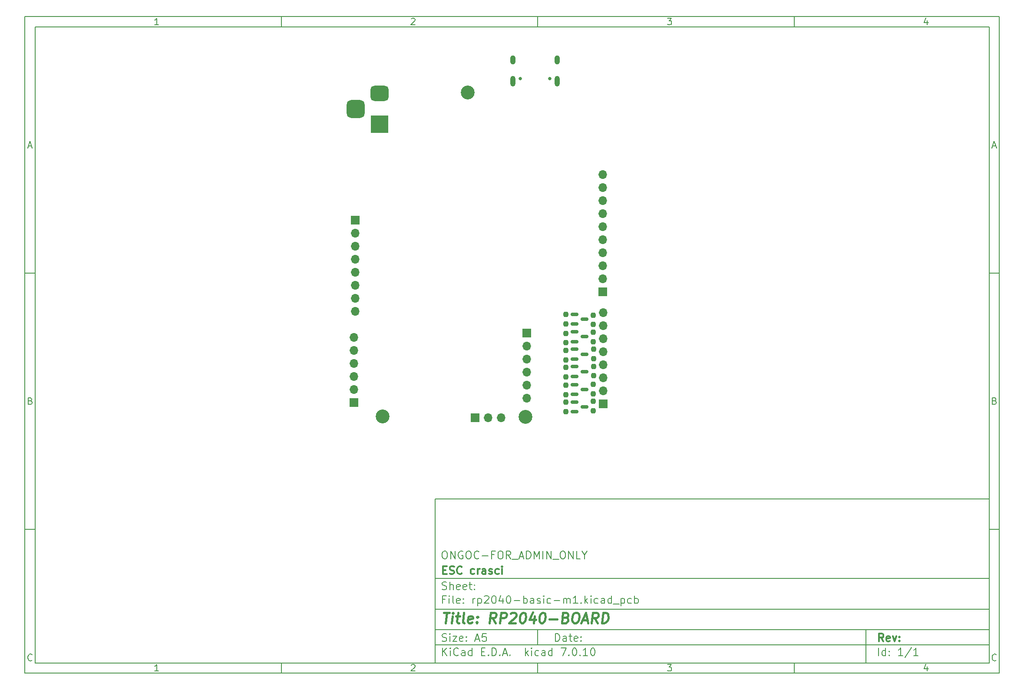
<source format=gbr>
%TF.GenerationSoftware,KiCad,Pcbnew,7.0.10*%
%TF.CreationDate,2024-01-28T16:32:00+05:30*%
%TF.ProjectId,rp2040-basic-m1,72703230-3430-42d6-9261-7369632d6d31,rev?*%
%TF.SameCoordinates,Original*%
%TF.FileFunction,Soldermask,Bot*%
%TF.FilePolarity,Negative*%
%FSLAX46Y46*%
G04 Gerber Fmt 4.6, Leading zero omitted, Abs format (unit mm)*
G04 Created by KiCad (PCBNEW 7.0.10) date 2024-01-28 16:32:00*
%MOMM*%
%LPD*%
G01*
G04 APERTURE LIST*
G04 Aperture macros list*
%AMRoundRect*
0 Rectangle with rounded corners*
0 $1 Rounding radius*
0 $2 $3 $4 $5 $6 $7 $8 $9 X,Y pos of 4 corners*
0 Add a 4 corners polygon primitive as box body*
4,1,4,$2,$3,$4,$5,$6,$7,$8,$9,$2,$3,0*
0 Add four circle primitives for the rounded corners*
1,1,$1+$1,$2,$3*
1,1,$1+$1,$4,$5*
1,1,$1+$1,$6,$7*
1,1,$1+$1,$8,$9*
0 Add four rect primitives between the rounded corners*
20,1,$1+$1,$2,$3,$4,$5,0*
20,1,$1+$1,$4,$5,$6,$7,0*
20,1,$1+$1,$6,$7,$8,$9,0*
20,1,$1+$1,$8,$9,$2,$3,0*%
G04 Aperture macros list end*
%ADD10C,0.100000*%
%ADD11C,0.150000*%
%ADD12C,0.300000*%
%ADD13C,0.400000*%
%ADD14R,1.700000X1.700000*%
%ADD15O,1.700000X1.700000*%
%ADD16C,2.700000*%
%ADD17C,0.650000*%
%ADD18O,1.000000X2.100000*%
%ADD19O,1.000000X1.800000*%
%ADD20R,3.500000X3.500000*%
%ADD21RoundRect,0.750000X-1.000000X0.750000X-1.000000X-0.750000X1.000000X-0.750000X1.000000X0.750000X0*%
%ADD22RoundRect,0.875000X-0.875000X0.875000X-0.875000X-0.875000X0.875000X-0.875000X0.875000X0.875000X0*%
%ADD23RoundRect,0.150000X-0.587500X-0.150000X0.587500X-0.150000X0.587500X0.150000X-0.587500X0.150000X0*%
%ADD24RoundRect,0.237500X-0.237500X0.250000X-0.237500X-0.250000X0.237500X-0.250000X0.237500X0.250000X0*%
G04 APERTURE END LIST*
D10*
D11*
X90007200Y-104005800D02*
X198007200Y-104005800D01*
X198007200Y-136005800D01*
X90007200Y-136005800D01*
X90007200Y-104005800D01*
D10*
D11*
X10000000Y-10000000D02*
X200007200Y-10000000D01*
X200007200Y-138005800D01*
X10000000Y-138005800D01*
X10000000Y-10000000D01*
D10*
D11*
X12000000Y-12000000D02*
X198007200Y-12000000D01*
X198007200Y-136005800D01*
X12000000Y-136005800D01*
X12000000Y-12000000D01*
D10*
D11*
X60000000Y-12000000D02*
X60000000Y-10000000D01*
D10*
D11*
X110000000Y-12000000D02*
X110000000Y-10000000D01*
D10*
D11*
X160000000Y-12000000D02*
X160000000Y-10000000D01*
D10*
D11*
X36089160Y-11593604D02*
X35346303Y-11593604D01*
X35717731Y-11593604D02*
X35717731Y-10293604D01*
X35717731Y-10293604D02*
X35593922Y-10479319D01*
X35593922Y-10479319D02*
X35470112Y-10603128D01*
X35470112Y-10603128D02*
X35346303Y-10665033D01*
D10*
D11*
X85346303Y-10417414D02*
X85408207Y-10355509D01*
X85408207Y-10355509D02*
X85532017Y-10293604D01*
X85532017Y-10293604D02*
X85841541Y-10293604D01*
X85841541Y-10293604D02*
X85965350Y-10355509D01*
X85965350Y-10355509D02*
X86027255Y-10417414D01*
X86027255Y-10417414D02*
X86089160Y-10541223D01*
X86089160Y-10541223D02*
X86089160Y-10665033D01*
X86089160Y-10665033D02*
X86027255Y-10850747D01*
X86027255Y-10850747D02*
X85284398Y-11593604D01*
X85284398Y-11593604D02*
X86089160Y-11593604D01*
D10*
D11*
X135284398Y-10293604D02*
X136089160Y-10293604D01*
X136089160Y-10293604D02*
X135655826Y-10788842D01*
X135655826Y-10788842D02*
X135841541Y-10788842D01*
X135841541Y-10788842D02*
X135965350Y-10850747D01*
X135965350Y-10850747D02*
X136027255Y-10912652D01*
X136027255Y-10912652D02*
X136089160Y-11036461D01*
X136089160Y-11036461D02*
X136089160Y-11345985D01*
X136089160Y-11345985D02*
X136027255Y-11469795D01*
X136027255Y-11469795D02*
X135965350Y-11531700D01*
X135965350Y-11531700D02*
X135841541Y-11593604D01*
X135841541Y-11593604D02*
X135470112Y-11593604D01*
X135470112Y-11593604D02*
X135346303Y-11531700D01*
X135346303Y-11531700D02*
X135284398Y-11469795D01*
D10*
D11*
X185965350Y-10726938D02*
X185965350Y-11593604D01*
X185655826Y-10231700D02*
X185346303Y-11160271D01*
X185346303Y-11160271D02*
X186151064Y-11160271D01*
D10*
D11*
X60000000Y-136005800D02*
X60000000Y-138005800D01*
D10*
D11*
X110000000Y-136005800D02*
X110000000Y-138005800D01*
D10*
D11*
X160000000Y-136005800D02*
X160000000Y-138005800D01*
D10*
D11*
X36089160Y-137599404D02*
X35346303Y-137599404D01*
X35717731Y-137599404D02*
X35717731Y-136299404D01*
X35717731Y-136299404D02*
X35593922Y-136485119D01*
X35593922Y-136485119D02*
X35470112Y-136608928D01*
X35470112Y-136608928D02*
X35346303Y-136670833D01*
D10*
D11*
X85346303Y-136423214D02*
X85408207Y-136361309D01*
X85408207Y-136361309D02*
X85532017Y-136299404D01*
X85532017Y-136299404D02*
X85841541Y-136299404D01*
X85841541Y-136299404D02*
X85965350Y-136361309D01*
X85965350Y-136361309D02*
X86027255Y-136423214D01*
X86027255Y-136423214D02*
X86089160Y-136547023D01*
X86089160Y-136547023D02*
X86089160Y-136670833D01*
X86089160Y-136670833D02*
X86027255Y-136856547D01*
X86027255Y-136856547D02*
X85284398Y-137599404D01*
X85284398Y-137599404D02*
X86089160Y-137599404D01*
D10*
D11*
X135284398Y-136299404D02*
X136089160Y-136299404D01*
X136089160Y-136299404D02*
X135655826Y-136794642D01*
X135655826Y-136794642D02*
X135841541Y-136794642D01*
X135841541Y-136794642D02*
X135965350Y-136856547D01*
X135965350Y-136856547D02*
X136027255Y-136918452D01*
X136027255Y-136918452D02*
X136089160Y-137042261D01*
X136089160Y-137042261D02*
X136089160Y-137351785D01*
X136089160Y-137351785D02*
X136027255Y-137475595D01*
X136027255Y-137475595D02*
X135965350Y-137537500D01*
X135965350Y-137537500D02*
X135841541Y-137599404D01*
X135841541Y-137599404D02*
X135470112Y-137599404D01*
X135470112Y-137599404D02*
X135346303Y-137537500D01*
X135346303Y-137537500D02*
X135284398Y-137475595D01*
D10*
D11*
X185965350Y-136732738D02*
X185965350Y-137599404D01*
X185655826Y-136237500D02*
X185346303Y-137166071D01*
X185346303Y-137166071D02*
X186151064Y-137166071D01*
D10*
D11*
X10000000Y-60000000D02*
X12000000Y-60000000D01*
D10*
D11*
X10000000Y-110000000D02*
X12000000Y-110000000D01*
D10*
D11*
X10690476Y-35222176D02*
X11309523Y-35222176D01*
X10566666Y-35593604D02*
X10999999Y-34293604D01*
X10999999Y-34293604D02*
X11433333Y-35593604D01*
D10*
D11*
X11092857Y-84912652D02*
X11278571Y-84974557D01*
X11278571Y-84974557D02*
X11340476Y-85036461D01*
X11340476Y-85036461D02*
X11402380Y-85160271D01*
X11402380Y-85160271D02*
X11402380Y-85345985D01*
X11402380Y-85345985D02*
X11340476Y-85469795D01*
X11340476Y-85469795D02*
X11278571Y-85531700D01*
X11278571Y-85531700D02*
X11154761Y-85593604D01*
X11154761Y-85593604D02*
X10659523Y-85593604D01*
X10659523Y-85593604D02*
X10659523Y-84293604D01*
X10659523Y-84293604D02*
X11092857Y-84293604D01*
X11092857Y-84293604D02*
X11216666Y-84355509D01*
X11216666Y-84355509D02*
X11278571Y-84417414D01*
X11278571Y-84417414D02*
X11340476Y-84541223D01*
X11340476Y-84541223D02*
X11340476Y-84665033D01*
X11340476Y-84665033D02*
X11278571Y-84788842D01*
X11278571Y-84788842D02*
X11216666Y-84850747D01*
X11216666Y-84850747D02*
X11092857Y-84912652D01*
X11092857Y-84912652D02*
X10659523Y-84912652D01*
D10*
D11*
X11402380Y-135469795D02*
X11340476Y-135531700D01*
X11340476Y-135531700D02*
X11154761Y-135593604D01*
X11154761Y-135593604D02*
X11030952Y-135593604D01*
X11030952Y-135593604D02*
X10845238Y-135531700D01*
X10845238Y-135531700D02*
X10721428Y-135407890D01*
X10721428Y-135407890D02*
X10659523Y-135284080D01*
X10659523Y-135284080D02*
X10597619Y-135036461D01*
X10597619Y-135036461D02*
X10597619Y-134850747D01*
X10597619Y-134850747D02*
X10659523Y-134603128D01*
X10659523Y-134603128D02*
X10721428Y-134479319D01*
X10721428Y-134479319D02*
X10845238Y-134355509D01*
X10845238Y-134355509D02*
X11030952Y-134293604D01*
X11030952Y-134293604D02*
X11154761Y-134293604D01*
X11154761Y-134293604D02*
X11340476Y-134355509D01*
X11340476Y-134355509D02*
X11402380Y-134417414D01*
D10*
D11*
X200007200Y-60000000D02*
X198007200Y-60000000D01*
D10*
D11*
X200007200Y-110000000D02*
X198007200Y-110000000D01*
D10*
D11*
X198697676Y-35222176D02*
X199316723Y-35222176D01*
X198573866Y-35593604D02*
X199007199Y-34293604D01*
X199007199Y-34293604D02*
X199440533Y-35593604D01*
D10*
D11*
X199100057Y-84912652D02*
X199285771Y-84974557D01*
X199285771Y-84974557D02*
X199347676Y-85036461D01*
X199347676Y-85036461D02*
X199409580Y-85160271D01*
X199409580Y-85160271D02*
X199409580Y-85345985D01*
X199409580Y-85345985D02*
X199347676Y-85469795D01*
X199347676Y-85469795D02*
X199285771Y-85531700D01*
X199285771Y-85531700D02*
X199161961Y-85593604D01*
X199161961Y-85593604D02*
X198666723Y-85593604D01*
X198666723Y-85593604D02*
X198666723Y-84293604D01*
X198666723Y-84293604D02*
X199100057Y-84293604D01*
X199100057Y-84293604D02*
X199223866Y-84355509D01*
X199223866Y-84355509D02*
X199285771Y-84417414D01*
X199285771Y-84417414D02*
X199347676Y-84541223D01*
X199347676Y-84541223D02*
X199347676Y-84665033D01*
X199347676Y-84665033D02*
X199285771Y-84788842D01*
X199285771Y-84788842D02*
X199223866Y-84850747D01*
X199223866Y-84850747D02*
X199100057Y-84912652D01*
X199100057Y-84912652D02*
X198666723Y-84912652D01*
D10*
D11*
X199409580Y-135469795D02*
X199347676Y-135531700D01*
X199347676Y-135531700D02*
X199161961Y-135593604D01*
X199161961Y-135593604D02*
X199038152Y-135593604D01*
X199038152Y-135593604D02*
X198852438Y-135531700D01*
X198852438Y-135531700D02*
X198728628Y-135407890D01*
X198728628Y-135407890D02*
X198666723Y-135284080D01*
X198666723Y-135284080D02*
X198604819Y-135036461D01*
X198604819Y-135036461D02*
X198604819Y-134850747D01*
X198604819Y-134850747D02*
X198666723Y-134603128D01*
X198666723Y-134603128D02*
X198728628Y-134479319D01*
X198728628Y-134479319D02*
X198852438Y-134355509D01*
X198852438Y-134355509D02*
X199038152Y-134293604D01*
X199038152Y-134293604D02*
X199161961Y-134293604D01*
X199161961Y-134293604D02*
X199347676Y-134355509D01*
X199347676Y-134355509D02*
X199409580Y-134417414D01*
D10*
D11*
X113463026Y-131791928D02*
X113463026Y-130291928D01*
X113463026Y-130291928D02*
X113820169Y-130291928D01*
X113820169Y-130291928D02*
X114034455Y-130363357D01*
X114034455Y-130363357D02*
X114177312Y-130506214D01*
X114177312Y-130506214D02*
X114248741Y-130649071D01*
X114248741Y-130649071D02*
X114320169Y-130934785D01*
X114320169Y-130934785D02*
X114320169Y-131149071D01*
X114320169Y-131149071D02*
X114248741Y-131434785D01*
X114248741Y-131434785D02*
X114177312Y-131577642D01*
X114177312Y-131577642D02*
X114034455Y-131720500D01*
X114034455Y-131720500D02*
X113820169Y-131791928D01*
X113820169Y-131791928D02*
X113463026Y-131791928D01*
X115605884Y-131791928D02*
X115605884Y-131006214D01*
X115605884Y-131006214D02*
X115534455Y-130863357D01*
X115534455Y-130863357D02*
X115391598Y-130791928D01*
X115391598Y-130791928D02*
X115105884Y-130791928D01*
X115105884Y-130791928D02*
X114963026Y-130863357D01*
X115605884Y-131720500D02*
X115463026Y-131791928D01*
X115463026Y-131791928D02*
X115105884Y-131791928D01*
X115105884Y-131791928D02*
X114963026Y-131720500D01*
X114963026Y-131720500D02*
X114891598Y-131577642D01*
X114891598Y-131577642D02*
X114891598Y-131434785D01*
X114891598Y-131434785D02*
X114963026Y-131291928D01*
X114963026Y-131291928D02*
X115105884Y-131220500D01*
X115105884Y-131220500D02*
X115463026Y-131220500D01*
X115463026Y-131220500D02*
X115605884Y-131149071D01*
X116105884Y-130791928D02*
X116677312Y-130791928D01*
X116320169Y-130291928D02*
X116320169Y-131577642D01*
X116320169Y-131577642D02*
X116391598Y-131720500D01*
X116391598Y-131720500D02*
X116534455Y-131791928D01*
X116534455Y-131791928D02*
X116677312Y-131791928D01*
X117748741Y-131720500D02*
X117605884Y-131791928D01*
X117605884Y-131791928D02*
X117320170Y-131791928D01*
X117320170Y-131791928D02*
X117177312Y-131720500D01*
X117177312Y-131720500D02*
X117105884Y-131577642D01*
X117105884Y-131577642D02*
X117105884Y-131006214D01*
X117105884Y-131006214D02*
X117177312Y-130863357D01*
X117177312Y-130863357D02*
X117320170Y-130791928D01*
X117320170Y-130791928D02*
X117605884Y-130791928D01*
X117605884Y-130791928D02*
X117748741Y-130863357D01*
X117748741Y-130863357D02*
X117820170Y-131006214D01*
X117820170Y-131006214D02*
X117820170Y-131149071D01*
X117820170Y-131149071D02*
X117105884Y-131291928D01*
X118463026Y-131649071D02*
X118534455Y-131720500D01*
X118534455Y-131720500D02*
X118463026Y-131791928D01*
X118463026Y-131791928D02*
X118391598Y-131720500D01*
X118391598Y-131720500D02*
X118463026Y-131649071D01*
X118463026Y-131649071D02*
X118463026Y-131791928D01*
X118463026Y-130863357D02*
X118534455Y-130934785D01*
X118534455Y-130934785D02*
X118463026Y-131006214D01*
X118463026Y-131006214D02*
X118391598Y-130934785D01*
X118391598Y-130934785D02*
X118463026Y-130863357D01*
X118463026Y-130863357D02*
X118463026Y-131006214D01*
D10*
D11*
X90007200Y-132505800D02*
X198007200Y-132505800D01*
D10*
D11*
X91463026Y-134591928D02*
X91463026Y-133091928D01*
X92320169Y-134591928D02*
X91677312Y-133734785D01*
X92320169Y-133091928D02*
X91463026Y-133949071D01*
X92963026Y-134591928D02*
X92963026Y-133591928D01*
X92963026Y-133091928D02*
X92891598Y-133163357D01*
X92891598Y-133163357D02*
X92963026Y-133234785D01*
X92963026Y-133234785D02*
X93034455Y-133163357D01*
X93034455Y-133163357D02*
X92963026Y-133091928D01*
X92963026Y-133091928D02*
X92963026Y-133234785D01*
X94534455Y-134449071D02*
X94463027Y-134520500D01*
X94463027Y-134520500D02*
X94248741Y-134591928D01*
X94248741Y-134591928D02*
X94105884Y-134591928D01*
X94105884Y-134591928D02*
X93891598Y-134520500D01*
X93891598Y-134520500D02*
X93748741Y-134377642D01*
X93748741Y-134377642D02*
X93677312Y-134234785D01*
X93677312Y-134234785D02*
X93605884Y-133949071D01*
X93605884Y-133949071D02*
X93605884Y-133734785D01*
X93605884Y-133734785D02*
X93677312Y-133449071D01*
X93677312Y-133449071D02*
X93748741Y-133306214D01*
X93748741Y-133306214D02*
X93891598Y-133163357D01*
X93891598Y-133163357D02*
X94105884Y-133091928D01*
X94105884Y-133091928D02*
X94248741Y-133091928D01*
X94248741Y-133091928D02*
X94463027Y-133163357D01*
X94463027Y-133163357D02*
X94534455Y-133234785D01*
X95820170Y-134591928D02*
X95820170Y-133806214D01*
X95820170Y-133806214D02*
X95748741Y-133663357D01*
X95748741Y-133663357D02*
X95605884Y-133591928D01*
X95605884Y-133591928D02*
X95320170Y-133591928D01*
X95320170Y-133591928D02*
X95177312Y-133663357D01*
X95820170Y-134520500D02*
X95677312Y-134591928D01*
X95677312Y-134591928D02*
X95320170Y-134591928D01*
X95320170Y-134591928D02*
X95177312Y-134520500D01*
X95177312Y-134520500D02*
X95105884Y-134377642D01*
X95105884Y-134377642D02*
X95105884Y-134234785D01*
X95105884Y-134234785D02*
X95177312Y-134091928D01*
X95177312Y-134091928D02*
X95320170Y-134020500D01*
X95320170Y-134020500D02*
X95677312Y-134020500D01*
X95677312Y-134020500D02*
X95820170Y-133949071D01*
X97177313Y-134591928D02*
X97177313Y-133091928D01*
X97177313Y-134520500D02*
X97034455Y-134591928D01*
X97034455Y-134591928D02*
X96748741Y-134591928D01*
X96748741Y-134591928D02*
X96605884Y-134520500D01*
X96605884Y-134520500D02*
X96534455Y-134449071D01*
X96534455Y-134449071D02*
X96463027Y-134306214D01*
X96463027Y-134306214D02*
X96463027Y-133877642D01*
X96463027Y-133877642D02*
X96534455Y-133734785D01*
X96534455Y-133734785D02*
X96605884Y-133663357D01*
X96605884Y-133663357D02*
X96748741Y-133591928D01*
X96748741Y-133591928D02*
X97034455Y-133591928D01*
X97034455Y-133591928D02*
X97177313Y-133663357D01*
X99034455Y-133806214D02*
X99534455Y-133806214D01*
X99748741Y-134591928D02*
X99034455Y-134591928D01*
X99034455Y-134591928D02*
X99034455Y-133091928D01*
X99034455Y-133091928D02*
X99748741Y-133091928D01*
X100391598Y-134449071D02*
X100463027Y-134520500D01*
X100463027Y-134520500D02*
X100391598Y-134591928D01*
X100391598Y-134591928D02*
X100320170Y-134520500D01*
X100320170Y-134520500D02*
X100391598Y-134449071D01*
X100391598Y-134449071D02*
X100391598Y-134591928D01*
X101105884Y-134591928D02*
X101105884Y-133091928D01*
X101105884Y-133091928D02*
X101463027Y-133091928D01*
X101463027Y-133091928D02*
X101677313Y-133163357D01*
X101677313Y-133163357D02*
X101820170Y-133306214D01*
X101820170Y-133306214D02*
X101891599Y-133449071D01*
X101891599Y-133449071D02*
X101963027Y-133734785D01*
X101963027Y-133734785D02*
X101963027Y-133949071D01*
X101963027Y-133949071D02*
X101891599Y-134234785D01*
X101891599Y-134234785D02*
X101820170Y-134377642D01*
X101820170Y-134377642D02*
X101677313Y-134520500D01*
X101677313Y-134520500D02*
X101463027Y-134591928D01*
X101463027Y-134591928D02*
X101105884Y-134591928D01*
X102605884Y-134449071D02*
X102677313Y-134520500D01*
X102677313Y-134520500D02*
X102605884Y-134591928D01*
X102605884Y-134591928D02*
X102534456Y-134520500D01*
X102534456Y-134520500D02*
X102605884Y-134449071D01*
X102605884Y-134449071D02*
X102605884Y-134591928D01*
X103248742Y-134163357D02*
X103963028Y-134163357D01*
X103105885Y-134591928D02*
X103605885Y-133091928D01*
X103605885Y-133091928D02*
X104105885Y-134591928D01*
X104605884Y-134449071D02*
X104677313Y-134520500D01*
X104677313Y-134520500D02*
X104605884Y-134591928D01*
X104605884Y-134591928D02*
X104534456Y-134520500D01*
X104534456Y-134520500D02*
X104605884Y-134449071D01*
X104605884Y-134449071D02*
X104605884Y-134591928D01*
X107605884Y-134591928D02*
X107605884Y-133091928D01*
X107748742Y-134020500D02*
X108177313Y-134591928D01*
X108177313Y-133591928D02*
X107605884Y-134163357D01*
X108820170Y-134591928D02*
X108820170Y-133591928D01*
X108820170Y-133091928D02*
X108748742Y-133163357D01*
X108748742Y-133163357D02*
X108820170Y-133234785D01*
X108820170Y-133234785D02*
X108891599Y-133163357D01*
X108891599Y-133163357D02*
X108820170Y-133091928D01*
X108820170Y-133091928D02*
X108820170Y-133234785D01*
X110177314Y-134520500D02*
X110034456Y-134591928D01*
X110034456Y-134591928D02*
X109748742Y-134591928D01*
X109748742Y-134591928D02*
X109605885Y-134520500D01*
X109605885Y-134520500D02*
X109534456Y-134449071D01*
X109534456Y-134449071D02*
X109463028Y-134306214D01*
X109463028Y-134306214D02*
X109463028Y-133877642D01*
X109463028Y-133877642D02*
X109534456Y-133734785D01*
X109534456Y-133734785D02*
X109605885Y-133663357D01*
X109605885Y-133663357D02*
X109748742Y-133591928D01*
X109748742Y-133591928D02*
X110034456Y-133591928D01*
X110034456Y-133591928D02*
X110177314Y-133663357D01*
X111463028Y-134591928D02*
X111463028Y-133806214D01*
X111463028Y-133806214D02*
X111391599Y-133663357D01*
X111391599Y-133663357D02*
X111248742Y-133591928D01*
X111248742Y-133591928D02*
X110963028Y-133591928D01*
X110963028Y-133591928D02*
X110820170Y-133663357D01*
X111463028Y-134520500D02*
X111320170Y-134591928D01*
X111320170Y-134591928D02*
X110963028Y-134591928D01*
X110963028Y-134591928D02*
X110820170Y-134520500D01*
X110820170Y-134520500D02*
X110748742Y-134377642D01*
X110748742Y-134377642D02*
X110748742Y-134234785D01*
X110748742Y-134234785D02*
X110820170Y-134091928D01*
X110820170Y-134091928D02*
X110963028Y-134020500D01*
X110963028Y-134020500D02*
X111320170Y-134020500D01*
X111320170Y-134020500D02*
X111463028Y-133949071D01*
X112820171Y-134591928D02*
X112820171Y-133091928D01*
X112820171Y-134520500D02*
X112677313Y-134591928D01*
X112677313Y-134591928D02*
X112391599Y-134591928D01*
X112391599Y-134591928D02*
X112248742Y-134520500D01*
X112248742Y-134520500D02*
X112177313Y-134449071D01*
X112177313Y-134449071D02*
X112105885Y-134306214D01*
X112105885Y-134306214D02*
X112105885Y-133877642D01*
X112105885Y-133877642D02*
X112177313Y-133734785D01*
X112177313Y-133734785D02*
X112248742Y-133663357D01*
X112248742Y-133663357D02*
X112391599Y-133591928D01*
X112391599Y-133591928D02*
X112677313Y-133591928D01*
X112677313Y-133591928D02*
X112820171Y-133663357D01*
X114534456Y-133091928D02*
X115534456Y-133091928D01*
X115534456Y-133091928D02*
X114891599Y-134591928D01*
X116105884Y-134449071D02*
X116177313Y-134520500D01*
X116177313Y-134520500D02*
X116105884Y-134591928D01*
X116105884Y-134591928D02*
X116034456Y-134520500D01*
X116034456Y-134520500D02*
X116105884Y-134449071D01*
X116105884Y-134449071D02*
X116105884Y-134591928D01*
X117105885Y-133091928D02*
X117248742Y-133091928D01*
X117248742Y-133091928D02*
X117391599Y-133163357D01*
X117391599Y-133163357D02*
X117463028Y-133234785D01*
X117463028Y-133234785D02*
X117534456Y-133377642D01*
X117534456Y-133377642D02*
X117605885Y-133663357D01*
X117605885Y-133663357D02*
X117605885Y-134020500D01*
X117605885Y-134020500D02*
X117534456Y-134306214D01*
X117534456Y-134306214D02*
X117463028Y-134449071D01*
X117463028Y-134449071D02*
X117391599Y-134520500D01*
X117391599Y-134520500D02*
X117248742Y-134591928D01*
X117248742Y-134591928D02*
X117105885Y-134591928D01*
X117105885Y-134591928D02*
X116963028Y-134520500D01*
X116963028Y-134520500D02*
X116891599Y-134449071D01*
X116891599Y-134449071D02*
X116820170Y-134306214D01*
X116820170Y-134306214D02*
X116748742Y-134020500D01*
X116748742Y-134020500D02*
X116748742Y-133663357D01*
X116748742Y-133663357D02*
X116820170Y-133377642D01*
X116820170Y-133377642D02*
X116891599Y-133234785D01*
X116891599Y-133234785D02*
X116963028Y-133163357D01*
X116963028Y-133163357D02*
X117105885Y-133091928D01*
X118248741Y-134449071D02*
X118320170Y-134520500D01*
X118320170Y-134520500D02*
X118248741Y-134591928D01*
X118248741Y-134591928D02*
X118177313Y-134520500D01*
X118177313Y-134520500D02*
X118248741Y-134449071D01*
X118248741Y-134449071D02*
X118248741Y-134591928D01*
X119748742Y-134591928D02*
X118891599Y-134591928D01*
X119320170Y-134591928D02*
X119320170Y-133091928D01*
X119320170Y-133091928D02*
X119177313Y-133306214D01*
X119177313Y-133306214D02*
X119034456Y-133449071D01*
X119034456Y-133449071D02*
X118891599Y-133520500D01*
X120677313Y-133091928D02*
X120820170Y-133091928D01*
X120820170Y-133091928D02*
X120963027Y-133163357D01*
X120963027Y-133163357D02*
X121034456Y-133234785D01*
X121034456Y-133234785D02*
X121105884Y-133377642D01*
X121105884Y-133377642D02*
X121177313Y-133663357D01*
X121177313Y-133663357D02*
X121177313Y-134020500D01*
X121177313Y-134020500D02*
X121105884Y-134306214D01*
X121105884Y-134306214D02*
X121034456Y-134449071D01*
X121034456Y-134449071D02*
X120963027Y-134520500D01*
X120963027Y-134520500D02*
X120820170Y-134591928D01*
X120820170Y-134591928D02*
X120677313Y-134591928D01*
X120677313Y-134591928D02*
X120534456Y-134520500D01*
X120534456Y-134520500D02*
X120463027Y-134449071D01*
X120463027Y-134449071D02*
X120391598Y-134306214D01*
X120391598Y-134306214D02*
X120320170Y-134020500D01*
X120320170Y-134020500D02*
X120320170Y-133663357D01*
X120320170Y-133663357D02*
X120391598Y-133377642D01*
X120391598Y-133377642D02*
X120463027Y-133234785D01*
X120463027Y-133234785D02*
X120534456Y-133163357D01*
X120534456Y-133163357D02*
X120677313Y-133091928D01*
D10*
D11*
X90007200Y-129505800D02*
X198007200Y-129505800D01*
D10*
D12*
X177418853Y-131784128D02*
X176918853Y-131069842D01*
X176561710Y-131784128D02*
X176561710Y-130284128D01*
X176561710Y-130284128D02*
X177133139Y-130284128D01*
X177133139Y-130284128D02*
X177275996Y-130355557D01*
X177275996Y-130355557D02*
X177347425Y-130426985D01*
X177347425Y-130426985D02*
X177418853Y-130569842D01*
X177418853Y-130569842D02*
X177418853Y-130784128D01*
X177418853Y-130784128D02*
X177347425Y-130926985D01*
X177347425Y-130926985D02*
X177275996Y-130998414D01*
X177275996Y-130998414D02*
X177133139Y-131069842D01*
X177133139Y-131069842D02*
X176561710Y-131069842D01*
X178633139Y-131712700D02*
X178490282Y-131784128D01*
X178490282Y-131784128D02*
X178204568Y-131784128D01*
X178204568Y-131784128D02*
X178061710Y-131712700D01*
X178061710Y-131712700D02*
X177990282Y-131569842D01*
X177990282Y-131569842D02*
X177990282Y-130998414D01*
X177990282Y-130998414D02*
X178061710Y-130855557D01*
X178061710Y-130855557D02*
X178204568Y-130784128D01*
X178204568Y-130784128D02*
X178490282Y-130784128D01*
X178490282Y-130784128D02*
X178633139Y-130855557D01*
X178633139Y-130855557D02*
X178704568Y-130998414D01*
X178704568Y-130998414D02*
X178704568Y-131141271D01*
X178704568Y-131141271D02*
X177990282Y-131284128D01*
X179204567Y-130784128D02*
X179561710Y-131784128D01*
X179561710Y-131784128D02*
X179918853Y-130784128D01*
X180490281Y-131641271D02*
X180561710Y-131712700D01*
X180561710Y-131712700D02*
X180490281Y-131784128D01*
X180490281Y-131784128D02*
X180418853Y-131712700D01*
X180418853Y-131712700D02*
X180490281Y-131641271D01*
X180490281Y-131641271D02*
X180490281Y-131784128D01*
X180490281Y-130855557D02*
X180561710Y-130926985D01*
X180561710Y-130926985D02*
X180490281Y-130998414D01*
X180490281Y-130998414D02*
X180418853Y-130926985D01*
X180418853Y-130926985D02*
X180490281Y-130855557D01*
X180490281Y-130855557D02*
X180490281Y-130998414D01*
D10*
D11*
X91391598Y-131720500D02*
X91605884Y-131791928D01*
X91605884Y-131791928D02*
X91963026Y-131791928D01*
X91963026Y-131791928D02*
X92105884Y-131720500D01*
X92105884Y-131720500D02*
X92177312Y-131649071D01*
X92177312Y-131649071D02*
X92248741Y-131506214D01*
X92248741Y-131506214D02*
X92248741Y-131363357D01*
X92248741Y-131363357D02*
X92177312Y-131220500D01*
X92177312Y-131220500D02*
X92105884Y-131149071D01*
X92105884Y-131149071D02*
X91963026Y-131077642D01*
X91963026Y-131077642D02*
X91677312Y-131006214D01*
X91677312Y-131006214D02*
X91534455Y-130934785D01*
X91534455Y-130934785D02*
X91463026Y-130863357D01*
X91463026Y-130863357D02*
X91391598Y-130720500D01*
X91391598Y-130720500D02*
X91391598Y-130577642D01*
X91391598Y-130577642D02*
X91463026Y-130434785D01*
X91463026Y-130434785D02*
X91534455Y-130363357D01*
X91534455Y-130363357D02*
X91677312Y-130291928D01*
X91677312Y-130291928D02*
X92034455Y-130291928D01*
X92034455Y-130291928D02*
X92248741Y-130363357D01*
X92891597Y-131791928D02*
X92891597Y-130791928D01*
X92891597Y-130291928D02*
X92820169Y-130363357D01*
X92820169Y-130363357D02*
X92891597Y-130434785D01*
X92891597Y-130434785D02*
X92963026Y-130363357D01*
X92963026Y-130363357D02*
X92891597Y-130291928D01*
X92891597Y-130291928D02*
X92891597Y-130434785D01*
X93463026Y-130791928D02*
X94248741Y-130791928D01*
X94248741Y-130791928D02*
X93463026Y-131791928D01*
X93463026Y-131791928D02*
X94248741Y-131791928D01*
X95391598Y-131720500D02*
X95248741Y-131791928D01*
X95248741Y-131791928D02*
X94963027Y-131791928D01*
X94963027Y-131791928D02*
X94820169Y-131720500D01*
X94820169Y-131720500D02*
X94748741Y-131577642D01*
X94748741Y-131577642D02*
X94748741Y-131006214D01*
X94748741Y-131006214D02*
X94820169Y-130863357D01*
X94820169Y-130863357D02*
X94963027Y-130791928D01*
X94963027Y-130791928D02*
X95248741Y-130791928D01*
X95248741Y-130791928D02*
X95391598Y-130863357D01*
X95391598Y-130863357D02*
X95463027Y-131006214D01*
X95463027Y-131006214D02*
X95463027Y-131149071D01*
X95463027Y-131149071D02*
X94748741Y-131291928D01*
X96105883Y-131649071D02*
X96177312Y-131720500D01*
X96177312Y-131720500D02*
X96105883Y-131791928D01*
X96105883Y-131791928D02*
X96034455Y-131720500D01*
X96034455Y-131720500D02*
X96105883Y-131649071D01*
X96105883Y-131649071D02*
X96105883Y-131791928D01*
X96105883Y-130863357D02*
X96177312Y-130934785D01*
X96177312Y-130934785D02*
X96105883Y-131006214D01*
X96105883Y-131006214D02*
X96034455Y-130934785D01*
X96034455Y-130934785D02*
X96105883Y-130863357D01*
X96105883Y-130863357D02*
X96105883Y-131006214D01*
X97891598Y-131363357D02*
X98605884Y-131363357D01*
X97748741Y-131791928D02*
X98248741Y-130291928D01*
X98248741Y-130291928D02*
X98748741Y-131791928D01*
X99963026Y-130291928D02*
X99248740Y-130291928D01*
X99248740Y-130291928D02*
X99177312Y-131006214D01*
X99177312Y-131006214D02*
X99248740Y-130934785D01*
X99248740Y-130934785D02*
X99391598Y-130863357D01*
X99391598Y-130863357D02*
X99748740Y-130863357D01*
X99748740Y-130863357D02*
X99891598Y-130934785D01*
X99891598Y-130934785D02*
X99963026Y-131006214D01*
X99963026Y-131006214D02*
X100034455Y-131149071D01*
X100034455Y-131149071D02*
X100034455Y-131506214D01*
X100034455Y-131506214D02*
X99963026Y-131649071D01*
X99963026Y-131649071D02*
X99891598Y-131720500D01*
X99891598Y-131720500D02*
X99748740Y-131791928D01*
X99748740Y-131791928D02*
X99391598Y-131791928D01*
X99391598Y-131791928D02*
X99248740Y-131720500D01*
X99248740Y-131720500D02*
X99177312Y-131649071D01*
D10*
D11*
X176463026Y-134591928D02*
X176463026Y-133091928D01*
X177820170Y-134591928D02*
X177820170Y-133091928D01*
X177820170Y-134520500D02*
X177677312Y-134591928D01*
X177677312Y-134591928D02*
X177391598Y-134591928D01*
X177391598Y-134591928D02*
X177248741Y-134520500D01*
X177248741Y-134520500D02*
X177177312Y-134449071D01*
X177177312Y-134449071D02*
X177105884Y-134306214D01*
X177105884Y-134306214D02*
X177105884Y-133877642D01*
X177105884Y-133877642D02*
X177177312Y-133734785D01*
X177177312Y-133734785D02*
X177248741Y-133663357D01*
X177248741Y-133663357D02*
X177391598Y-133591928D01*
X177391598Y-133591928D02*
X177677312Y-133591928D01*
X177677312Y-133591928D02*
X177820170Y-133663357D01*
X178534455Y-134449071D02*
X178605884Y-134520500D01*
X178605884Y-134520500D02*
X178534455Y-134591928D01*
X178534455Y-134591928D02*
X178463027Y-134520500D01*
X178463027Y-134520500D02*
X178534455Y-134449071D01*
X178534455Y-134449071D02*
X178534455Y-134591928D01*
X178534455Y-133663357D02*
X178605884Y-133734785D01*
X178605884Y-133734785D02*
X178534455Y-133806214D01*
X178534455Y-133806214D02*
X178463027Y-133734785D01*
X178463027Y-133734785D02*
X178534455Y-133663357D01*
X178534455Y-133663357D02*
X178534455Y-133806214D01*
X181177313Y-134591928D02*
X180320170Y-134591928D01*
X180748741Y-134591928D02*
X180748741Y-133091928D01*
X180748741Y-133091928D02*
X180605884Y-133306214D01*
X180605884Y-133306214D02*
X180463027Y-133449071D01*
X180463027Y-133449071D02*
X180320170Y-133520500D01*
X182891598Y-133020500D02*
X181605884Y-134949071D01*
X184177313Y-134591928D02*
X183320170Y-134591928D01*
X183748741Y-134591928D02*
X183748741Y-133091928D01*
X183748741Y-133091928D02*
X183605884Y-133306214D01*
X183605884Y-133306214D02*
X183463027Y-133449071D01*
X183463027Y-133449071D02*
X183320170Y-133520500D01*
D10*
D11*
X90007200Y-125505800D02*
X198007200Y-125505800D01*
D10*
D13*
X91698928Y-126210238D02*
X92841785Y-126210238D01*
X92020357Y-128210238D02*
X92270357Y-126210238D01*
X93258452Y-128210238D02*
X93425119Y-126876904D01*
X93508452Y-126210238D02*
X93401309Y-126305476D01*
X93401309Y-126305476D02*
X93484643Y-126400714D01*
X93484643Y-126400714D02*
X93591786Y-126305476D01*
X93591786Y-126305476D02*
X93508452Y-126210238D01*
X93508452Y-126210238D02*
X93484643Y-126400714D01*
X94091786Y-126876904D02*
X94853690Y-126876904D01*
X94460833Y-126210238D02*
X94246548Y-127924523D01*
X94246548Y-127924523D02*
X94317976Y-128115000D01*
X94317976Y-128115000D02*
X94496548Y-128210238D01*
X94496548Y-128210238D02*
X94687024Y-128210238D01*
X95639405Y-128210238D02*
X95460833Y-128115000D01*
X95460833Y-128115000D02*
X95389405Y-127924523D01*
X95389405Y-127924523D02*
X95603690Y-126210238D01*
X97175119Y-128115000D02*
X96972738Y-128210238D01*
X96972738Y-128210238D02*
X96591785Y-128210238D01*
X96591785Y-128210238D02*
X96413214Y-128115000D01*
X96413214Y-128115000D02*
X96341785Y-127924523D01*
X96341785Y-127924523D02*
X96437024Y-127162619D01*
X96437024Y-127162619D02*
X96556071Y-126972142D01*
X96556071Y-126972142D02*
X96758452Y-126876904D01*
X96758452Y-126876904D02*
X97139404Y-126876904D01*
X97139404Y-126876904D02*
X97317976Y-126972142D01*
X97317976Y-126972142D02*
X97389404Y-127162619D01*
X97389404Y-127162619D02*
X97365595Y-127353095D01*
X97365595Y-127353095D02*
X96389404Y-127543571D01*
X98139405Y-128019761D02*
X98222738Y-128115000D01*
X98222738Y-128115000D02*
X98115595Y-128210238D01*
X98115595Y-128210238D02*
X98032262Y-128115000D01*
X98032262Y-128115000D02*
X98139405Y-128019761D01*
X98139405Y-128019761D02*
X98115595Y-128210238D01*
X98270357Y-126972142D02*
X98353690Y-127067380D01*
X98353690Y-127067380D02*
X98246548Y-127162619D01*
X98246548Y-127162619D02*
X98163214Y-127067380D01*
X98163214Y-127067380D02*
X98270357Y-126972142D01*
X98270357Y-126972142D02*
X98246548Y-127162619D01*
X101734643Y-128210238D02*
X101187024Y-127257857D01*
X100591786Y-128210238D02*
X100841786Y-126210238D01*
X100841786Y-126210238D02*
X101603691Y-126210238D01*
X101603691Y-126210238D02*
X101782262Y-126305476D01*
X101782262Y-126305476D02*
X101865596Y-126400714D01*
X101865596Y-126400714D02*
X101937024Y-126591190D01*
X101937024Y-126591190D02*
X101901310Y-126876904D01*
X101901310Y-126876904D02*
X101782262Y-127067380D01*
X101782262Y-127067380D02*
X101675120Y-127162619D01*
X101675120Y-127162619D02*
X101472739Y-127257857D01*
X101472739Y-127257857D02*
X100710834Y-127257857D01*
X102591786Y-128210238D02*
X102841786Y-126210238D01*
X102841786Y-126210238D02*
X103603691Y-126210238D01*
X103603691Y-126210238D02*
X103782262Y-126305476D01*
X103782262Y-126305476D02*
X103865596Y-126400714D01*
X103865596Y-126400714D02*
X103937024Y-126591190D01*
X103937024Y-126591190D02*
X103901310Y-126876904D01*
X103901310Y-126876904D02*
X103782262Y-127067380D01*
X103782262Y-127067380D02*
X103675120Y-127162619D01*
X103675120Y-127162619D02*
X103472739Y-127257857D01*
X103472739Y-127257857D02*
X102710834Y-127257857D01*
X104722739Y-126400714D02*
X104829881Y-126305476D01*
X104829881Y-126305476D02*
X105032262Y-126210238D01*
X105032262Y-126210238D02*
X105508453Y-126210238D01*
X105508453Y-126210238D02*
X105687024Y-126305476D01*
X105687024Y-126305476D02*
X105770358Y-126400714D01*
X105770358Y-126400714D02*
X105841786Y-126591190D01*
X105841786Y-126591190D02*
X105817977Y-126781666D01*
X105817977Y-126781666D02*
X105687024Y-127067380D01*
X105687024Y-127067380D02*
X104401310Y-128210238D01*
X104401310Y-128210238D02*
X105639405Y-128210238D01*
X107127501Y-126210238D02*
X107317977Y-126210238D01*
X107317977Y-126210238D02*
X107496548Y-126305476D01*
X107496548Y-126305476D02*
X107579882Y-126400714D01*
X107579882Y-126400714D02*
X107651310Y-126591190D01*
X107651310Y-126591190D02*
X107698929Y-126972142D01*
X107698929Y-126972142D02*
X107639405Y-127448333D01*
X107639405Y-127448333D02*
X107496548Y-127829285D01*
X107496548Y-127829285D02*
X107377501Y-128019761D01*
X107377501Y-128019761D02*
X107270358Y-128115000D01*
X107270358Y-128115000D02*
X107067977Y-128210238D01*
X107067977Y-128210238D02*
X106877501Y-128210238D01*
X106877501Y-128210238D02*
X106698929Y-128115000D01*
X106698929Y-128115000D02*
X106615596Y-128019761D01*
X106615596Y-128019761D02*
X106544167Y-127829285D01*
X106544167Y-127829285D02*
X106496548Y-127448333D01*
X106496548Y-127448333D02*
X106556072Y-126972142D01*
X106556072Y-126972142D02*
X106698929Y-126591190D01*
X106698929Y-126591190D02*
X106817977Y-126400714D01*
X106817977Y-126400714D02*
X106925120Y-126305476D01*
X106925120Y-126305476D02*
X107127501Y-126210238D01*
X109425120Y-126876904D02*
X109258453Y-128210238D01*
X109044167Y-126115000D02*
X108389405Y-127543571D01*
X108389405Y-127543571D02*
X109627501Y-127543571D01*
X110937025Y-126210238D02*
X111127501Y-126210238D01*
X111127501Y-126210238D02*
X111306072Y-126305476D01*
X111306072Y-126305476D02*
X111389406Y-126400714D01*
X111389406Y-126400714D02*
X111460834Y-126591190D01*
X111460834Y-126591190D02*
X111508453Y-126972142D01*
X111508453Y-126972142D02*
X111448929Y-127448333D01*
X111448929Y-127448333D02*
X111306072Y-127829285D01*
X111306072Y-127829285D02*
X111187025Y-128019761D01*
X111187025Y-128019761D02*
X111079882Y-128115000D01*
X111079882Y-128115000D02*
X110877501Y-128210238D01*
X110877501Y-128210238D02*
X110687025Y-128210238D01*
X110687025Y-128210238D02*
X110508453Y-128115000D01*
X110508453Y-128115000D02*
X110425120Y-128019761D01*
X110425120Y-128019761D02*
X110353691Y-127829285D01*
X110353691Y-127829285D02*
X110306072Y-127448333D01*
X110306072Y-127448333D02*
X110365596Y-126972142D01*
X110365596Y-126972142D02*
X110508453Y-126591190D01*
X110508453Y-126591190D02*
X110627501Y-126400714D01*
X110627501Y-126400714D02*
X110734644Y-126305476D01*
X110734644Y-126305476D02*
X110937025Y-126210238D01*
X112306072Y-127448333D02*
X113829882Y-127448333D01*
X115484643Y-127162619D02*
X115758453Y-127257857D01*
X115758453Y-127257857D02*
X115841786Y-127353095D01*
X115841786Y-127353095D02*
X115913215Y-127543571D01*
X115913215Y-127543571D02*
X115877500Y-127829285D01*
X115877500Y-127829285D02*
X115758453Y-128019761D01*
X115758453Y-128019761D02*
X115651310Y-128115000D01*
X115651310Y-128115000D02*
X115448929Y-128210238D01*
X115448929Y-128210238D02*
X114687024Y-128210238D01*
X114687024Y-128210238D02*
X114937024Y-126210238D01*
X114937024Y-126210238D02*
X115603691Y-126210238D01*
X115603691Y-126210238D02*
X115782262Y-126305476D01*
X115782262Y-126305476D02*
X115865596Y-126400714D01*
X115865596Y-126400714D02*
X115937024Y-126591190D01*
X115937024Y-126591190D02*
X115913215Y-126781666D01*
X115913215Y-126781666D02*
X115794167Y-126972142D01*
X115794167Y-126972142D02*
X115687024Y-127067380D01*
X115687024Y-127067380D02*
X115484643Y-127162619D01*
X115484643Y-127162619D02*
X114817977Y-127162619D01*
X117317977Y-126210238D02*
X117698929Y-126210238D01*
X117698929Y-126210238D02*
X117877500Y-126305476D01*
X117877500Y-126305476D02*
X118044167Y-126495952D01*
X118044167Y-126495952D02*
X118091786Y-126876904D01*
X118091786Y-126876904D02*
X118008453Y-127543571D01*
X118008453Y-127543571D02*
X117865596Y-127924523D01*
X117865596Y-127924523D02*
X117651310Y-128115000D01*
X117651310Y-128115000D02*
X117448929Y-128210238D01*
X117448929Y-128210238D02*
X117067977Y-128210238D01*
X117067977Y-128210238D02*
X116889405Y-128115000D01*
X116889405Y-128115000D02*
X116722739Y-127924523D01*
X116722739Y-127924523D02*
X116675119Y-127543571D01*
X116675119Y-127543571D02*
X116758453Y-126876904D01*
X116758453Y-126876904D02*
X116901310Y-126495952D01*
X116901310Y-126495952D02*
X117115596Y-126305476D01*
X117115596Y-126305476D02*
X117317977Y-126210238D01*
X118758453Y-127638809D02*
X119710834Y-127638809D01*
X118496548Y-128210238D02*
X119413215Y-126210238D01*
X119413215Y-126210238D02*
X119829881Y-128210238D01*
X121639405Y-128210238D02*
X121091786Y-127257857D01*
X120496548Y-128210238D02*
X120746548Y-126210238D01*
X120746548Y-126210238D02*
X121508453Y-126210238D01*
X121508453Y-126210238D02*
X121687024Y-126305476D01*
X121687024Y-126305476D02*
X121770358Y-126400714D01*
X121770358Y-126400714D02*
X121841786Y-126591190D01*
X121841786Y-126591190D02*
X121806072Y-126876904D01*
X121806072Y-126876904D02*
X121687024Y-127067380D01*
X121687024Y-127067380D02*
X121579882Y-127162619D01*
X121579882Y-127162619D02*
X121377501Y-127257857D01*
X121377501Y-127257857D02*
X120615596Y-127257857D01*
X122496548Y-128210238D02*
X122746548Y-126210238D01*
X122746548Y-126210238D02*
X123222739Y-126210238D01*
X123222739Y-126210238D02*
X123496548Y-126305476D01*
X123496548Y-126305476D02*
X123663215Y-126495952D01*
X123663215Y-126495952D02*
X123734643Y-126686428D01*
X123734643Y-126686428D02*
X123782263Y-127067380D01*
X123782263Y-127067380D02*
X123746548Y-127353095D01*
X123746548Y-127353095D02*
X123603691Y-127734047D01*
X123603691Y-127734047D02*
X123484643Y-127924523D01*
X123484643Y-127924523D02*
X123270358Y-128115000D01*
X123270358Y-128115000D02*
X122972739Y-128210238D01*
X122972739Y-128210238D02*
X122496548Y-128210238D01*
D10*
D11*
X91963026Y-123606214D02*
X91463026Y-123606214D01*
X91463026Y-124391928D02*
X91463026Y-122891928D01*
X91463026Y-122891928D02*
X92177312Y-122891928D01*
X92748740Y-124391928D02*
X92748740Y-123391928D01*
X92748740Y-122891928D02*
X92677312Y-122963357D01*
X92677312Y-122963357D02*
X92748740Y-123034785D01*
X92748740Y-123034785D02*
X92820169Y-122963357D01*
X92820169Y-122963357D02*
X92748740Y-122891928D01*
X92748740Y-122891928D02*
X92748740Y-123034785D01*
X93677312Y-124391928D02*
X93534455Y-124320500D01*
X93534455Y-124320500D02*
X93463026Y-124177642D01*
X93463026Y-124177642D02*
X93463026Y-122891928D01*
X94820169Y-124320500D02*
X94677312Y-124391928D01*
X94677312Y-124391928D02*
X94391598Y-124391928D01*
X94391598Y-124391928D02*
X94248740Y-124320500D01*
X94248740Y-124320500D02*
X94177312Y-124177642D01*
X94177312Y-124177642D02*
X94177312Y-123606214D01*
X94177312Y-123606214D02*
X94248740Y-123463357D01*
X94248740Y-123463357D02*
X94391598Y-123391928D01*
X94391598Y-123391928D02*
X94677312Y-123391928D01*
X94677312Y-123391928D02*
X94820169Y-123463357D01*
X94820169Y-123463357D02*
X94891598Y-123606214D01*
X94891598Y-123606214D02*
X94891598Y-123749071D01*
X94891598Y-123749071D02*
X94177312Y-123891928D01*
X95534454Y-124249071D02*
X95605883Y-124320500D01*
X95605883Y-124320500D02*
X95534454Y-124391928D01*
X95534454Y-124391928D02*
X95463026Y-124320500D01*
X95463026Y-124320500D02*
X95534454Y-124249071D01*
X95534454Y-124249071D02*
X95534454Y-124391928D01*
X95534454Y-123463357D02*
X95605883Y-123534785D01*
X95605883Y-123534785D02*
X95534454Y-123606214D01*
X95534454Y-123606214D02*
X95463026Y-123534785D01*
X95463026Y-123534785D02*
X95534454Y-123463357D01*
X95534454Y-123463357D02*
X95534454Y-123606214D01*
X97391597Y-124391928D02*
X97391597Y-123391928D01*
X97391597Y-123677642D02*
X97463026Y-123534785D01*
X97463026Y-123534785D02*
X97534455Y-123463357D01*
X97534455Y-123463357D02*
X97677312Y-123391928D01*
X97677312Y-123391928D02*
X97820169Y-123391928D01*
X98320168Y-123391928D02*
X98320168Y-124891928D01*
X98320168Y-123463357D02*
X98463026Y-123391928D01*
X98463026Y-123391928D02*
X98748740Y-123391928D01*
X98748740Y-123391928D02*
X98891597Y-123463357D01*
X98891597Y-123463357D02*
X98963026Y-123534785D01*
X98963026Y-123534785D02*
X99034454Y-123677642D01*
X99034454Y-123677642D02*
X99034454Y-124106214D01*
X99034454Y-124106214D02*
X98963026Y-124249071D01*
X98963026Y-124249071D02*
X98891597Y-124320500D01*
X98891597Y-124320500D02*
X98748740Y-124391928D01*
X98748740Y-124391928D02*
X98463026Y-124391928D01*
X98463026Y-124391928D02*
X98320168Y-124320500D01*
X99605883Y-123034785D02*
X99677311Y-122963357D01*
X99677311Y-122963357D02*
X99820169Y-122891928D01*
X99820169Y-122891928D02*
X100177311Y-122891928D01*
X100177311Y-122891928D02*
X100320169Y-122963357D01*
X100320169Y-122963357D02*
X100391597Y-123034785D01*
X100391597Y-123034785D02*
X100463026Y-123177642D01*
X100463026Y-123177642D02*
X100463026Y-123320500D01*
X100463026Y-123320500D02*
X100391597Y-123534785D01*
X100391597Y-123534785D02*
X99534454Y-124391928D01*
X99534454Y-124391928D02*
X100463026Y-124391928D01*
X101391597Y-122891928D02*
X101534454Y-122891928D01*
X101534454Y-122891928D02*
X101677311Y-122963357D01*
X101677311Y-122963357D02*
X101748740Y-123034785D01*
X101748740Y-123034785D02*
X101820168Y-123177642D01*
X101820168Y-123177642D02*
X101891597Y-123463357D01*
X101891597Y-123463357D02*
X101891597Y-123820500D01*
X101891597Y-123820500D02*
X101820168Y-124106214D01*
X101820168Y-124106214D02*
X101748740Y-124249071D01*
X101748740Y-124249071D02*
X101677311Y-124320500D01*
X101677311Y-124320500D02*
X101534454Y-124391928D01*
X101534454Y-124391928D02*
X101391597Y-124391928D01*
X101391597Y-124391928D02*
X101248740Y-124320500D01*
X101248740Y-124320500D02*
X101177311Y-124249071D01*
X101177311Y-124249071D02*
X101105882Y-124106214D01*
X101105882Y-124106214D02*
X101034454Y-123820500D01*
X101034454Y-123820500D02*
X101034454Y-123463357D01*
X101034454Y-123463357D02*
X101105882Y-123177642D01*
X101105882Y-123177642D02*
X101177311Y-123034785D01*
X101177311Y-123034785D02*
X101248740Y-122963357D01*
X101248740Y-122963357D02*
X101391597Y-122891928D01*
X103177311Y-123391928D02*
X103177311Y-124391928D01*
X102820168Y-122820500D02*
X102463025Y-123891928D01*
X102463025Y-123891928D02*
X103391596Y-123891928D01*
X104248739Y-122891928D02*
X104391596Y-122891928D01*
X104391596Y-122891928D02*
X104534453Y-122963357D01*
X104534453Y-122963357D02*
X104605882Y-123034785D01*
X104605882Y-123034785D02*
X104677310Y-123177642D01*
X104677310Y-123177642D02*
X104748739Y-123463357D01*
X104748739Y-123463357D02*
X104748739Y-123820500D01*
X104748739Y-123820500D02*
X104677310Y-124106214D01*
X104677310Y-124106214D02*
X104605882Y-124249071D01*
X104605882Y-124249071D02*
X104534453Y-124320500D01*
X104534453Y-124320500D02*
X104391596Y-124391928D01*
X104391596Y-124391928D02*
X104248739Y-124391928D01*
X104248739Y-124391928D02*
X104105882Y-124320500D01*
X104105882Y-124320500D02*
X104034453Y-124249071D01*
X104034453Y-124249071D02*
X103963024Y-124106214D01*
X103963024Y-124106214D02*
X103891596Y-123820500D01*
X103891596Y-123820500D02*
X103891596Y-123463357D01*
X103891596Y-123463357D02*
X103963024Y-123177642D01*
X103963024Y-123177642D02*
X104034453Y-123034785D01*
X104034453Y-123034785D02*
X104105882Y-122963357D01*
X104105882Y-122963357D02*
X104248739Y-122891928D01*
X105391595Y-123820500D02*
X106534453Y-123820500D01*
X107248738Y-124391928D02*
X107248738Y-122891928D01*
X107248738Y-123463357D02*
X107391596Y-123391928D01*
X107391596Y-123391928D02*
X107677310Y-123391928D01*
X107677310Y-123391928D02*
X107820167Y-123463357D01*
X107820167Y-123463357D02*
X107891596Y-123534785D01*
X107891596Y-123534785D02*
X107963024Y-123677642D01*
X107963024Y-123677642D02*
X107963024Y-124106214D01*
X107963024Y-124106214D02*
X107891596Y-124249071D01*
X107891596Y-124249071D02*
X107820167Y-124320500D01*
X107820167Y-124320500D02*
X107677310Y-124391928D01*
X107677310Y-124391928D02*
X107391596Y-124391928D01*
X107391596Y-124391928D02*
X107248738Y-124320500D01*
X109248739Y-124391928D02*
X109248739Y-123606214D01*
X109248739Y-123606214D02*
X109177310Y-123463357D01*
X109177310Y-123463357D02*
X109034453Y-123391928D01*
X109034453Y-123391928D02*
X108748739Y-123391928D01*
X108748739Y-123391928D02*
X108605881Y-123463357D01*
X109248739Y-124320500D02*
X109105881Y-124391928D01*
X109105881Y-124391928D02*
X108748739Y-124391928D01*
X108748739Y-124391928D02*
X108605881Y-124320500D01*
X108605881Y-124320500D02*
X108534453Y-124177642D01*
X108534453Y-124177642D02*
X108534453Y-124034785D01*
X108534453Y-124034785D02*
X108605881Y-123891928D01*
X108605881Y-123891928D02*
X108748739Y-123820500D01*
X108748739Y-123820500D02*
X109105881Y-123820500D01*
X109105881Y-123820500D02*
X109248739Y-123749071D01*
X109891596Y-124320500D02*
X110034453Y-124391928D01*
X110034453Y-124391928D02*
X110320167Y-124391928D01*
X110320167Y-124391928D02*
X110463024Y-124320500D01*
X110463024Y-124320500D02*
X110534453Y-124177642D01*
X110534453Y-124177642D02*
X110534453Y-124106214D01*
X110534453Y-124106214D02*
X110463024Y-123963357D01*
X110463024Y-123963357D02*
X110320167Y-123891928D01*
X110320167Y-123891928D02*
X110105882Y-123891928D01*
X110105882Y-123891928D02*
X109963024Y-123820500D01*
X109963024Y-123820500D02*
X109891596Y-123677642D01*
X109891596Y-123677642D02*
X109891596Y-123606214D01*
X109891596Y-123606214D02*
X109963024Y-123463357D01*
X109963024Y-123463357D02*
X110105882Y-123391928D01*
X110105882Y-123391928D02*
X110320167Y-123391928D01*
X110320167Y-123391928D02*
X110463024Y-123463357D01*
X111177310Y-124391928D02*
X111177310Y-123391928D01*
X111177310Y-122891928D02*
X111105882Y-122963357D01*
X111105882Y-122963357D02*
X111177310Y-123034785D01*
X111177310Y-123034785D02*
X111248739Y-122963357D01*
X111248739Y-122963357D02*
X111177310Y-122891928D01*
X111177310Y-122891928D02*
X111177310Y-123034785D01*
X112534454Y-124320500D02*
X112391596Y-124391928D01*
X112391596Y-124391928D02*
X112105882Y-124391928D01*
X112105882Y-124391928D02*
X111963025Y-124320500D01*
X111963025Y-124320500D02*
X111891596Y-124249071D01*
X111891596Y-124249071D02*
X111820168Y-124106214D01*
X111820168Y-124106214D02*
X111820168Y-123677642D01*
X111820168Y-123677642D02*
X111891596Y-123534785D01*
X111891596Y-123534785D02*
X111963025Y-123463357D01*
X111963025Y-123463357D02*
X112105882Y-123391928D01*
X112105882Y-123391928D02*
X112391596Y-123391928D01*
X112391596Y-123391928D02*
X112534454Y-123463357D01*
X113177310Y-123820500D02*
X114320168Y-123820500D01*
X115034453Y-124391928D02*
X115034453Y-123391928D01*
X115034453Y-123534785D02*
X115105882Y-123463357D01*
X115105882Y-123463357D02*
X115248739Y-123391928D01*
X115248739Y-123391928D02*
X115463025Y-123391928D01*
X115463025Y-123391928D02*
X115605882Y-123463357D01*
X115605882Y-123463357D02*
X115677311Y-123606214D01*
X115677311Y-123606214D02*
X115677311Y-124391928D01*
X115677311Y-123606214D02*
X115748739Y-123463357D01*
X115748739Y-123463357D02*
X115891596Y-123391928D01*
X115891596Y-123391928D02*
X116105882Y-123391928D01*
X116105882Y-123391928D02*
X116248739Y-123463357D01*
X116248739Y-123463357D02*
X116320168Y-123606214D01*
X116320168Y-123606214D02*
X116320168Y-124391928D01*
X117820168Y-124391928D02*
X116963025Y-124391928D01*
X117391596Y-124391928D02*
X117391596Y-122891928D01*
X117391596Y-122891928D02*
X117248739Y-123106214D01*
X117248739Y-123106214D02*
X117105882Y-123249071D01*
X117105882Y-123249071D02*
X116963025Y-123320500D01*
X118463024Y-124249071D02*
X118534453Y-124320500D01*
X118534453Y-124320500D02*
X118463024Y-124391928D01*
X118463024Y-124391928D02*
X118391596Y-124320500D01*
X118391596Y-124320500D02*
X118463024Y-124249071D01*
X118463024Y-124249071D02*
X118463024Y-124391928D01*
X119177310Y-124391928D02*
X119177310Y-122891928D01*
X119320168Y-123820500D02*
X119748739Y-124391928D01*
X119748739Y-123391928D02*
X119177310Y-123963357D01*
X120391596Y-124391928D02*
X120391596Y-123391928D01*
X120391596Y-122891928D02*
X120320168Y-122963357D01*
X120320168Y-122963357D02*
X120391596Y-123034785D01*
X120391596Y-123034785D02*
X120463025Y-122963357D01*
X120463025Y-122963357D02*
X120391596Y-122891928D01*
X120391596Y-122891928D02*
X120391596Y-123034785D01*
X121748740Y-124320500D02*
X121605882Y-124391928D01*
X121605882Y-124391928D02*
X121320168Y-124391928D01*
X121320168Y-124391928D02*
X121177311Y-124320500D01*
X121177311Y-124320500D02*
X121105882Y-124249071D01*
X121105882Y-124249071D02*
X121034454Y-124106214D01*
X121034454Y-124106214D02*
X121034454Y-123677642D01*
X121034454Y-123677642D02*
X121105882Y-123534785D01*
X121105882Y-123534785D02*
X121177311Y-123463357D01*
X121177311Y-123463357D02*
X121320168Y-123391928D01*
X121320168Y-123391928D02*
X121605882Y-123391928D01*
X121605882Y-123391928D02*
X121748740Y-123463357D01*
X123034454Y-124391928D02*
X123034454Y-123606214D01*
X123034454Y-123606214D02*
X122963025Y-123463357D01*
X122963025Y-123463357D02*
X122820168Y-123391928D01*
X122820168Y-123391928D02*
X122534454Y-123391928D01*
X122534454Y-123391928D02*
X122391596Y-123463357D01*
X123034454Y-124320500D02*
X122891596Y-124391928D01*
X122891596Y-124391928D02*
X122534454Y-124391928D01*
X122534454Y-124391928D02*
X122391596Y-124320500D01*
X122391596Y-124320500D02*
X122320168Y-124177642D01*
X122320168Y-124177642D02*
X122320168Y-124034785D01*
X122320168Y-124034785D02*
X122391596Y-123891928D01*
X122391596Y-123891928D02*
X122534454Y-123820500D01*
X122534454Y-123820500D02*
X122891596Y-123820500D01*
X122891596Y-123820500D02*
X123034454Y-123749071D01*
X124391597Y-124391928D02*
X124391597Y-122891928D01*
X124391597Y-124320500D02*
X124248739Y-124391928D01*
X124248739Y-124391928D02*
X123963025Y-124391928D01*
X123963025Y-124391928D02*
X123820168Y-124320500D01*
X123820168Y-124320500D02*
X123748739Y-124249071D01*
X123748739Y-124249071D02*
X123677311Y-124106214D01*
X123677311Y-124106214D02*
X123677311Y-123677642D01*
X123677311Y-123677642D02*
X123748739Y-123534785D01*
X123748739Y-123534785D02*
X123820168Y-123463357D01*
X123820168Y-123463357D02*
X123963025Y-123391928D01*
X123963025Y-123391928D02*
X124248739Y-123391928D01*
X124248739Y-123391928D02*
X124391597Y-123463357D01*
X124748740Y-124534785D02*
X125891597Y-124534785D01*
X126248739Y-123391928D02*
X126248739Y-124891928D01*
X126248739Y-123463357D02*
X126391597Y-123391928D01*
X126391597Y-123391928D02*
X126677311Y-123391928D01*
X126677311Y-123391928D02*
X126820168Y-123463357D01*
X126820168Y-123463357D02*
X126891597Y-123534785D01*
X126891597Y-123534785D02*
X126963025Y-123677642D01*
X126963025Y-123677642D02*
X126963025Y-124106214D01*
X126963025Y-124106214D02*
X126891597Y-124249071D01*
X126891597Y-124249071D02*
X126820168Y-124320500D01*
X126820168Y-124320500D02*
X126677311Y-124391928D01*
X126677311Y-124391928D02*
X126391597Y-124391928D01*
X126391597Y-124391928D02*
X126248739Y-124320500D01*
X128248740Y-124320500D02*
X128105882Y-124391928D01*
X128105882Y-124391928D02*
X127820168Y-124391928D01*
X127820168Y-124391928D02*
X127677311Y-124320500D01*
X127677311Y-124320500D02*
X127605882Y-124249071D01*
X127605882Y-124249071D02*
X127534454Y-124106214D01*
X127534454Y-124106214D02*
X127534454Y-123677642D01*
X127534454Y-123677642D02*
X127605882Y-123534785D01*
X127605882Y-123534785D02*
X127677311Y-123463357D01*
X127677311Y-123463357D02*
X127820168Y-123391928D01*
X127820168Y-123391928D02*
X128105882Y-123391928D01*
X128105882Y-123391928D02*
X128248740Y-123463357D01*
X128891596Y-124391928D02*
X128891596Y-122891928D01*
X128891596Y-123463357D02*
X129034454Y-123391928D01*
X129034454Y-123391928D02*
X129320168Y-123391928D01*
X129320168Y-123391928D02*
X129463025Y-123463357D01*
X129463025Y-123463357D02*
X129534454Y-123534785D01*
X129534454Y-123534785D02*
X129605882Y-123677642D01*
X129605882Y-123677642D02*
X129605882Y-124106214D01*
X129605882Y-124106214D02*
X129534454Y-124249071D01*
X129534454Y-124249071D02*
X129463025Y-124320500D01*
X129463025Y-124320500D02*
X129320168Y-124391928D01*
X129320168Y-124391928D02*
X129034454Y-124391928D01*
X129034454Y-124391928D02*
X128891596Y-124320500D01*
D10*
D11*
X90007200Y-119505800D02*
X198007200Y-119505800D01*
D10*
D11*
X91391598Y-121620500D02*
X91605884Y-121691928D01*
X91605884Y-121691928D02*
X91963026Y-121691928D01*
X91963026Y-121691928D02*
X92105884Y-121620500D01*
X92105884Y-121620500D02*
X92177312Y-121549071D01*
X92177312Y-121549071D02*
X92248741Y-121406214D01*
X92248741Y-121406214D02*
X92248741Y-121263357D01*
X92248741Y-121263357D02*
X92177312Y-121120500D01*
X92177312Y-121120500D02*
X92105884Y-121049071D01*
X92105884Y-121049071D02*
X91963026Y-120977642D01*
X91963026Y-120977642D02*
X91677312Y-120906214D01*
X91677312Y-120906214D02*
X91534455Y-120834785D01*
X91534455Y-120834785D02*
X91463026Y-120763357D01*
X91463026Y-120763357D02*
X91391598Y-120620500D01*
X91391598Y-120620500D02*
X91391598Y-120477642D01*
X91391598Y-120477642D02*
X91463026Y-120334785D01*
X91463026Y-120334785D02*
X91534455Y-120263357D01*
X91534455Y-120263357D02*
X91677312Y-120191928D01*
X91677312Y-120191928D02*
X92034455Y-120191928D01*
X92034455Y-120191928D02*
X92248741Y-120263357D01*
X92891597Y-121691928D02*
X92891597Y-120191928D01*
X93534455Y-121691928D02*
X93534455Y-120906214D01*
X93534455Y-120906214D02*
X93463026Y-120763357D01*
X93463026Y-120763357D02*
X93320169Y-120691928D01*
X93320169Y-120691928D02*
X93105883Y-120691928D01*
X93105883Y-120691928D02*
X92963026Y-120763357D01*
X92963026Y-120763357D02*
X92891597Y-120834785D01*
X94820169Y-121620500D02*
X94677312Y-121691928D01*
X94677312Y-121691928D02*
X94391598Y-121691928D01*
X94391598Y-121691928D02*
X94248740Y-121620500D01*
X94248740Y-121620500D02*
X94177312Y-121477642D01*
X94177312Y-121477642D02*
X94177312Y-120906214D01*
X94177312Y-120906214D02*
X94248740Y-120763357D01*
X94248740Y-120763357D02*
X94391598Y-120691928D01*
X94391598Y-120691928D02*
X94677312Y-120691928D01*
X94677312Y-120691928D02*
X94820169Y-120763357D01*
X94820169Y-120763357D02*
X94891598Y-120906214D01*
X94891598Y-120906214D02*
X94891598Y-121049071D01*
X94891598Y-121049071D02*
X94177312Y-121191928D01*
X96105883Y-121620500D02*
X95963026Y-121691928D01*
X95963026Y-121691928D02*
X95677312Y-121691928D01*
X95677312Y-121691928D02*
X95534454Y-121620500D01*
X95534454Y-121620500D02*
X95463026Y-121477642D01*
X95463026Y-121477642D02*
X95463026Y-120906214D01*
X95463026Y-120906214D02*
X95534454Y-120763357D01*
X95534454Y-120763357D02*
X95677312Y-120691928D01*
X95677312Y-120691928D02*
X95963026Y-120691928D01*
X95963026Y-120691928D02*
X96105883Y-120763357D01*
X96105883Y-120763357D02*
X96177312Y-120906214D01*
X96177312Y-120906214D02*
X96177312Y-121049071D01*
X96177312Y-121049071D02*
X95463026Y-121191928D01*
X96605883Y-120691928D02*
X97177311Y-120691928D01*
X96820168Y-120191928D02*
X96820168Y-121477642D01*
X96820168Y-121477642D02*
X96891597Y-121620500D01*
X96891597Y-121620500D02*
X97034454Y-121691928D01*
X97034454Y-121691928D02*
X97177311Y-121691928D01*
X97677311Y-121549071D02*
X97748740Y-121620500D01*
X97748740Y-121620500D02*
X97677311Y-121691928D01*
X97677311Y-121691928D02*
X97605883Y-121620500D01*
X97605883Y-121620500D02*
X97677311Y-121549071D01*
X97677311Y-121549071D02*
X97677311Y-121691928D01*
X97677311Y-120763357D02*
X97748740Y-120834785D01*
X97748740Y-120834785D02*
X97677311Y-120906214D01*
X97677311Y-120906214D02*
X97605883Y-120834785D01*
X97605883Y-120834785D02*
X97677311Y-120763357D01*
X97677311Y-120763357D02*
X97677311Y-120906214D01*
D10*
D12*
X91561710Y-117898414D02*
X92061710Y-117898414D01*
X92275996Y-118684128D02*
X91561710Y-118684128D01*
X91561710Y-118684128D02*
X91561710Y-117184128D01*
X91561710Y-117184128D02*
X92275996Y-117184128D01*
X92847425Y-118612700D02*
X93061711Y-118684128D01*
X93061711Y-118684128D02*
X93418853Y-118684128D01*
X93418853Y-118684128D02*
X93561711Y-118612700D01*
X93561711Y-118612700D02*
X93633139Y-118541271D01*
X93633139Y-118541271D02*
X93704568Y-118398414D01*
X93704568Y-118398414D02*
X93704568Y-118255557D01*
X93704568Y-118255557D02*
X93633139Y-118112700D01*
X93633139Y-118112700D02*
X93561711Y-118041271D01*
X93561711Y-118041271D02*
X93418853Y-117969842D01*
X93418853Y-117969842D02*
X93133139Y-117898414D01*
X93133139Y-117898414D02*
X92990282Y-117826985D01*
X92990282Y-117826985D02*
X92918853Y-117755557D01*
X92918853Y-117755557D02*
X92847425Y-117612700D01*
X92847425Y-117612700D02*
X92847425Y-117469842D01*
X92847425Y-117469842D02*
X92918853Y-117326985D01*
X92918853Y-117326985D02*
X92990282Y-117255557D01*
X92990282Y-117255557D02*
X93133139Y-117184128D01*
X93133139Y-117184128D02*
X93490282Y-117184128D01*
X93490282Y-117184128D02*
X93704568Y-117255557D01*
X95204567Y-118541271D02*
X95133139Y-118612700D01*
X95133139Y-118612700D02*
X94918853Y-118684128D01*
X94918853Y-118684128D02*
X94775996Y-118684128D01*
X94775996Y-118684128D02*
X94561710Y-118612700D01*
X94561710Y-118612700D02*
X94418853Y-118469842D01*
X94418853Y-118469842D02*
X94347424Y-118326985D01*
X94347424Y-118326985D02*
X94275996Y-118041271D01*
X94275996Y-118041271D02*
X94275996Y-117826985D01*
X94275996Y-117826985D02*
X94347424Y-117541271D01*
X94347424Y-117541271D02*
X94418853Y-117398414D01*
X94418853Y-117398414D02*
X94561710Y-117255557D01*
X94561710Y-117255557D02*
X94775996Y-117184128D01*
X94775996Y-117184128D02*
X94918853Y-117184128D01*
X94918853Y-117184128D02*
X95133139Y-117255557D01*
X95133139Y-117255557D02*
X95204567Y-117326985D01*
X97633139Y-118612700D02*
X97490281Y-118684128D01*
X97490281Y-118684128D02*
X97204567Y-118684128D01*
X97204567Y-118684128D02*
X97061710Y-118612700D01*
X97061710Y-118612700D02*
X96990281Y-118541271D01*
X96990281Y-118541271D02*
X96918853Y-118398414D01*
X96918853Y-118398414D02*
X96918853Y-117969842D01*
X96918853Y-117969842D02*
X96990281Y-117826985D01*
X96990281Y-117826985D02*
X97061710Y-117755557D01*
X97061710Y-117755557D02*
X97204567Y-117684128D01*
X97204567Y-117684128D02*
X97490281Y-117684128D01*
X97490281Y-117684128D02*
X97633139Y-117755557D01*
X98275995Y-118684128D02*
X98275995Y-117684128D01*
X98275995Y-117969842D02*
X98347424Y-117826985D01*
X98347424Y-117826985D02*
X98418853Y-117755557D01*
X98418853Y-117755557D02*
X98561710Y-117684128D01*
X98561710Y-117684128D02*
X98704567Y-117684128D01*
X99847424Y-118684128D02*
X99847424Y-117898414D01*
X99847424Y-117898414D02*
X99775995Y-117755557D01*
X99775995Y-117755557D02*
X99633138Y-117684128D01*
X99633138Y-117684128D02*
X99347424Y-117684128D01*
X99347424Y-117684128D02*
X99204566Y-117755557D01*
X99847424Y-118612700D02*
X99704566Y-118684128D01*
X99704566Y-118684128D02*
X99347424Y-118684128D01*
X99347424Y-118684128D02*
X99204566Y-118612700D01*
X99204566Y-118612700D02*
X99133138Y-118469842D01*
X99133138Y-118469842D02*
X99133138Y-118326985D01*
X99133138Y-118326985D02*
X99204566Y-118184128D01*
X99204566Y-118184128D02*
X99347424Y-118112700D01*
X99347424Y-118112700D02*
X99704566Y-118112700D01*
X99704566Y-118112700D02*
X99847424Y-118041271D01*
X100490281Y-118612700D02*
X100633138Y-118684128D01*
X100633138Y-118684128D02*
X100918852Y-118684128D01*
X100918852Y-118684128D02*
X101061709Y-118612700D01*
X101061709Y-118612700D02*
X101133138Y-118469842D01*
X101133138Y-118469842D02*
X101133138Y-118398414D01*
X101133138Y-118398414D02*
X101061709Y-118255557D01*
X101061709Y-118255557D02*
X100918852Y-118184128D01*
X100918852Y-118184128D02*
X100704567Y-118184128D01*
X100704567Y-118184128D02*
X100561709Y-118112700D01*
X100561709Y-118112700D02*
X100490281Y-117969842D01*
X100490281Y-117969842D02*
X100490281Y-117898414D01*
X100490281Y-117898414D02*
X100561709Y-117755557D01*
X100561709Y-117755557D02*
X100704567Y-117684128D01*
X100704567Y-117684128D02*
X100918852Y-117684128D01*
X100918852Y-117684128D02*
X101061709Y-117755557D01*
X102418853Y-118612700D02*
X102275995Y-118684128D01*
X102275995Y-118684128D02*
X101990281Y-118684128D01*
X101990281Y-118684128D02*
X101847424Y-118612700D01*
X101847424Y-118612700D02*
X101775995Y-118541271D01*
X101775995Y-118541271D02*
X101704567Y-118398414D01*
X101704567Y-118398414D02*
X101704567Y-117969842D01*
X101704567Y-117969842D02*
X101775995Y-117826985D01*
X101775995Y-117826985D02*
X101847424Y-117755557D01*
X101847424Y-117755557D02*
X101990281Y-117684128D01*
X101990281Y-117684128D02*
X102275995Y-117684128D01*
X102275995Y-117684128D02*
X102418853Y-117755557D01*
X103061709Y-118684128D02*
X103061709Y-117684128D01*
X103061709Y-117184128D02*
X102990281Y-117255557D01*
X102990281Y-117255557D02*
X103061709Y-117326985D01*
X103061709Y-117326985D02*
X103133138Y-117255557D01*
X103133138Y-117255557D02*
X103061709Y-117184128D01*
X103061709Y-117184128D02*
X103061709Y-117326985D01*
D10*
D11*
X91748741Y-114191928D02*
X92034455Y-114191928D01*
X92034455Y-114191928D02*
X92177312Y-114263357D01*
X92177312Y-114263357D02*
X92320169Y-114406214D01*
X92320169Y-114406214D02*
X92391598Y-114691928D01*
X92391598Y-114691928D02*
X92391598Y-115191928D01*
X92391598Y-115191928D02*
X92320169Y-115477642D01*
X92320169Y-115477642D02*
X92177312Y-115620500D01*
X92177312Y-115620500D02*
X92034455Y-115691928D01*
X92034455Y-115691928D02*
X91748741Y-115691928D01*
X91748741Y-115691928D02*
X91605884Y-115620500D01*
X91605884Y-115620500D02*
X91463026Y-115477642D01*
X91463026Y-115477642D02*
X91391598Y-115191928D01*
X91391598Y-115191928D02*
X91391598Y-114691928D01*
X91391598Y-114691928D02*
X91463026Y-114406214D01*
X91463026Y-114406214D02*
X91605884Y-114263357D01*
X91605884Y-114263357D02*
X91748741Y-114191928D01*
X93034455Y-115691928D02*
X93034455Y-114191928D01*
X93034455Y-114191928D02*
X93891598Y-115691928D01*
X93891598Y-115691928D02*
X93891598Y-114191928D01*
X95391599Y-114263357D02*
X95248742Y-114191928D01*
X95248742Y-114191928D02*
X95034456Y-114191928D01*
X95034456Y-114191928D02*
X94820170Y-114263357D01*
X94820170Y-114263357D02*
X94677313Y-114406214D01*
X94677313Y-114406214D02*
X94605884Y-114549071D01*
X94605884Y-114549071D02*
X94534456Y-114834785D01*
X94534456Y-114834785D02*
X94534456Y-115049071D01*
X94534456Y-115049071D02*
X94605884Y-115334785D01*
X94605884Y-115334785D02*
X94677313Y-115477642D01*
X94677313Y-115477642D02*
X94820170Y-115620500D01*
X94820170Y-115620500D02*
X95034456Y-115691928D01*
X95034456Y-115691928D02*
X95177313Y-115691928D01*
X95177313Y-115691928D02*
X95391599Y-115620500D01*
X95391599Y-115620500D02*
X95463027Y-115549071D01*
X95463027Y-115549071D02*
X95463027Y-115049071D01*
X95463027Y-115049071D02*
X95177313Y-115049071D01*
X96391599Y-114191928D02*
X96677313Y-114191928D01*
X96677313Y-114191928D02*
X96820170Y-114263357D01*
X96820170Y-114263357D02*
X96963027Y-114406214D01*
X96963027Y-114406214D02*
X97034456Y-114691928D01*
X97034456Y-114691928D02*
X97034456Y-115191928D01*
X97034456Y-115191928D02*
X96963027Y-115477642D01*
X96963027Y-115477642D02*
X96820170Y-115620500D01*
X96820170Y-115620500D02*
X96677313Y-115691928D01*
X96677313Y-115691928D02*
X96391599Y-115691928D01*
X96391599Y-115691928D02*
X96248742Y-115620500D01*
X96248742Y-115620500D02*
X96105884Y-115477642D01*
X96105884Y-115477642D02*
X96034456Y-115191928D01*
X96034456Y-115191928D02*
X96034456Y-114691928D01*
X96034456Y-114691928D02*
X96105884Y-114406214D01*
X96105884Y-114406214D02*
X96248742Y-114263357D01*
X96248742Y-114263357D02*
X96391599Y-114191928D01*
X98534456Y-115549071D02*
X98463028Y-115620500D01*
X98463028Y-115620500D02*
X98248742Y-115691928D01*
X98248742Y-115691928D02*
X98105885Y-115691928D01*
X98105885Y-115691928D02*
X97891599Y-115620500D01*
X97891599Y-115620500D02*
X97748742Y-115477642D01*
X97748742Y-115477642D02*
X97677313Y-115334785D01*
X97677313Y-115334785D02*
X97605885Y-115049071D01*
X97605885Y-115049071D02*
X97605885Y-114834785D01*
X97605885Y-114834785D02*
X97677313Y-114549071D01*
X97677313Y-114549071D02*
X97748742Y-114406214D01*
X97748742Y-114406214D02*
X97891599Y-114263357D01*
X97891599Y-114263357D02*
X98105885Y-114191928D01*
X98105885Y-114191928D02*
X98248742Y-114191928D01*
X98248742Y-114191928D02*
X98463028Y-114263357D01*
X98463028Y-114263357D02*
X98534456Y-114334785D01*
X99177313Y-115120500D02*
X100320171Y-115120500D01*
X101534456Y-114906214D02*
X101034456Y-114906214D01*
X101034456Y-115691928D02*
X101034456Y-114191928D01*
X101034456Y-114191928D02*
X101748742Y-114191928D01*
X102605885Y-114191928D02*
X102891599Y-114191928D01*
X102891599Y-114191928D02*
X103034456Y-114263357D01*
X103034456Y-114263357D02*
X103177313Y-114406214D01*
X103177313Y-114406214D02*
X103248742Y-114691928D01*
X103248742Y-114691928D02*
X103248742Y-115191928D01*
X103248742Y-115191928D02*
X103177313Y-115477642D01*
X103177313Y-115477642D02*
X103034456Y-115620500D01*
X103034456Y-115620500D02*
X102891599Y-115691928D01*
X102891599Y-115691928D02*
X102605885Y-115691928D01*
X102605885Y-115691928D02*
X102463028Y-115620500D01*
X102463028Y-115620500D02*
X102320170Y-115477642D01*
X102320170Y-115477642D02*
X102248742Y-115191928D01*
X102248742Y-115191928D02*
X102248742Y-114691928D01*
X102248742Y-114691928D02*
X102320170Y-114406214D01*
X102320170Y-114406214D02*
X102463028Y-114263357D01*
X102463028Y-114263357D02*
X102605885Y-114191928D01*
X104748742Y-115691928D02*
X104248742Y-114977642D01*
X103891599Y-115691928D02*
X103891599Y-114191928D01*
X103891599Y-114191928D02*
X104463028Y-114191928D01*
X104463028Y-114191928D02*
X104605885Y-114263357D01*
X104605885Y-114263357D02*
X104677314Y-114334785D01*
X104677314Y-114334785D02*
X104748742Y-114477642D01*
X104748742Y-114477642D02*
X104748742Y-114691928D01*
X104748742Y-114691928D02*
X104677314Y-114834785D01*
X104677314Y-114834785D02*
X104605885Y-114906214D01*
X104605885Y-114906214D02*
X104463028Y-114977642D01*
X104463028Y-114977642D02*
X103891599Y-114977642D01*
X105034457Y-115834785D02*
X106177314Y-115834785D01*
X106463028Y-115263357D02*
X107177314Y-115263357D01*
X106320171Y-115691928D02*
X106820171Y-114191928D01*
X106820171Y-114191928D02*
X107320171Y-115691928D01*
X107820170Y-115691928D02*
X107820170Y-114191928D01*
X107820170Y-114191928D02*
X108177313Y-114191928D01*
X108177313Y-114191928D02*
X108391599Y-114263357D01*
X108391599Y-114263357D02*
X108534456Y-114406214D01*
X108534456Y-114406214D02*
X108605885Y-114549071D01*
X108605885Y-114549071D02*
X108677313Y-114834785D01*
X108677313Y-114834785D02*
X108677313Y-115049071D01*
X108677313Y-115049071D02*
X108605885Y-115334785D01*
X108605885Y-115334785D02*
X108534456Y-115477642D01*
X108534456Y-115477642D02*
X108391599Y-115620500D01*
X108391599Y-115620500D02*
X108177313Y-115691928D01*
X108177313Y-115691928D02*
X107820170Y-115691928D01*
X109320170Y-115691928D02*
X109320170Y-114191928D01*
X109320170Y-114191928D02*
X109820170Y-115263357D01*
X109820170Y-115263357D02*
X110320170Y-114191928D01*
X110320170Y-114191928D02*
X110320170Y-115691928D01*
X111034456Y-115691928D02*
X111034456Y-114191928D01*
X111748742Y-115691928D02*
X111748742Y-114191928D01*
X111748742Y-114191928D02*
X112605885Y-115691928D01*
X112605885Y-115691928D02*
X112605885Y-114191928D01*
X112963029Y-115834785D02*
X114105886Y-115834785D01*
X114748743Y-114191928D02*
X115034457Y-114191928D01*
X115034457Y-114191928D02*
X115177314Y-114263357D01*
X115177314Y-114263357D02*
X115320171Y-114406214D01*
X115320171Y-114406214D02*
X115391600Y-114691928D01*
X115391600Y-114691928D02*
X115391600Y-115191928D01*
X115391600Y-115191928D02*
X115320171Y-115477642D01*
X115320171Y-115477642D02*
X115177314Y-115620500D01*
X115177314Y-115620500D02*
X115034457Y-115691928D01*
X115034457Y-115691928D02*
X114748743Y-115691928D01*
X114748743Y-115691928D02*
X114605886Y-115620500D01*
X114605886Y-115620500D02*
X114463028Y-115477642D01*
X114463028Y-115477642D02*
X114391600Y-115191928D01*
X114391600Y-115191928D02*
X114391600Y-114691928D01*
X114391600Y-114691928D02*
X114463028Y-114406214D01*
X114463028Y-114406214D02*
X114605886Y-114263357D01*
X114605886Y-114263357D02*
X114748743Y-114191928D01*
X116034457Y-115691928D02*
X116034457Y-114191928D01*
X116034457Y-114191928D02*
X116891600Y-115691928D01*
X116891600Y-115691928D02*
X116891600Y-114191928D01*
X118320172Y-115691928D02*
X117605886Y-115691928D01*
X117605886Y-115691928D02*
X117605886Y-114191928D01*
X119105887Y-114977642D02*
X119105887Y-115691928D01*
X118605887Y-114191928D02*
X119105887Y-114977642D01*
X119105887Y-114977642D02*
X119605887Y-114191928D01*
D10*
D11*
D10*
D11*
D10*
D11*
D10*
D11*
X110007200Y-129505800D02*
X110007200Y-132505800D01*
D10*
D11*
X174007200Y-129505800D02*
X174007200Y-136005800D01*
D14*
%TO.C,J7*%
X107850000Y-71680500D03*
D15*
X107850000Y-74220500D03*
X107850000Y-76760500D03*
X107850000Y-79300500D03*
X107850000Y-81840500D03*
X107850000Y-84380500D03*
%TD*%
D16*
%TO.C,REF\u002A\u002A*%
X96370000Y-24760500D03*
%TD*%
D14*
%TO.C,J5*%
X74200000Y-85200000D03*
D15*
X74200000Y-82660000D03*
X74200000Y-80120000D03*
X74200000Y-77580000D03*
X74200000Y-75040000D03*
X74200000Y-72500000D03*
%TD*%
D14*
%TO.C,J6*%
X74400000Y-49690500D03*
D15*
X74400000Y-52230500D03*
X74400000Y-54770500D03*
X74400000Y-57310500D03*
X74400000Y-59850500D03*
X74400000Y-62390500D03*
X74400000Y-64930500D03*
X74400000Y-67470500D03*
%TD*%
D14*
%TO.C,J3*%
X122720000Y-63620500D03*
D15*
X122720000Y-61080500D03*
X122720000Y-58540500D03*
X122720000Y-56000500D03*
X122720000Y-53460500D03*
X122720000Y-50920500D03*
X122720000Y-48380500D03*
X122720000Y-45840500D03*
X122720000Y-43300500D03*
X122720000Y-40760500D03*
%TD*%
D17*
%TO.C,J1*%
X112365000Y-22090500D03*
X106585000Y-22090500D03*
D18*
X113795000Y-22610500D03*
D19*
X113795000Y-18410500D03*
D18*
X105155000Y-22610500D03*
D19*
X105155000Y-18410500D03*
%TD*%
D14*
%TO.C,J4*%
X122775000Y-85480000D03*
D15*
X122775000Y-82940000D03*
X122775000Y-80400000D03*
X122775000Y-77860000D03*
X122775000Y-75320000D03*
X122775000Y-72780000D03*
X122775000Y-70240000D03*
X122775000Y-67700000D03*
%TD*%
D20*
%TO.C,J9*%
X79198000Y-30992500D03*
D21*
X79198000Y-24992500D03*
D22*
X74498000Y-27992500D03*
%TD*%
D14*
%TO.C,J8*%
X97820000Y-88200000D03*
D15*
X100360000Y-88200000D03*
X102900000Y-88200000D03*
%TD*%
D16*
%TO.C,REF\u002A\u002A*%
X107630000Y-88050500D03*
%TD*%
%TO.C,REF\u002A\u002A*%
X79800000Y-87950000D03*
%TD*%
D23*
%TO.C,Q6*%
X117225000Y-69950000D03*
X117225000Y-68050000D03*
X119100000Y-69000000D03*
%TD*%
D24*
%TO.C,R10*%
X115500000Y-81887500D03*
X115500000Y-83712500D03*
%TD*%
D23*
%TO.C,Q1*%
X117225000Y-87050000D03*
X117225000Y-85150000D03*
X119100000Y-86100000D03*
%TD*%
%TO.C,Q2*%
X117225000Y-83650000D03*
X117225000Y-81750000D03*
X119100000Y-82700000D03*
%TD*%
D24*
%TO.C,R21*%
X120875000Y-74862500D03*
X120875000Y-76687500D03*
%TD*%
%TO.C,R9*%
X115500000Y-85187500D03*
X115500000Y-87012500D03*
%TD*%
D23*
%TO.C,Q5*%
X117225000Y-73350000D03*
X117225000Y-71450000D03*
X119100000Y-72400000D03*
%TD*%
D24*
%TO.C,R12*%
X115500000Y-75087500D03*
X115500000Y-76912500D03*
%TD*%
%TO.C,R14*%
X115450000Y-68087500D03*
X115450000Y-69912500D03*
%TD*%
%TO.C,R23*%
X120850000Y-68187500D03*
X120850000Y-70012500D03*
%TD*%
%TO.C,R22*%
X120850000Y-71537500D03*
X120850000Y-73362500D03*
%TD*%
D23*
%TO.C,Q3*%
X117225000Y-80150000D03*
X117225000Y-78250000D03*
X119100000Y-79200000D03*
%TD*%
%TO.C,Q4*%
X117225000Y-76750000D03*
X117225000Y-74850000D03*
X119100000Y-75800000D03*
%TD*%
D24*
%TO.C,R19*%
X120850000Y-81712500D03*
X120850000Y-83537500D03*
%TD*%
%TO.C,R13*%
X115500000Y-71750000D03*
X115500000Y-73575000D03*
%TD*%
%TO.C,R11*%
X115500000Y-78387500D03*
X115500000Y-80212500D03*
%TD*%
%TO.C,R18*%
X120850000Y-85012500D03*
X120850000Y-86837500D03*
%TD*%
%TO.C,R20*%
X120875000Y-78187500D03*
X120875000Y-80012500D03*
%TD*%
M02*

</source>
